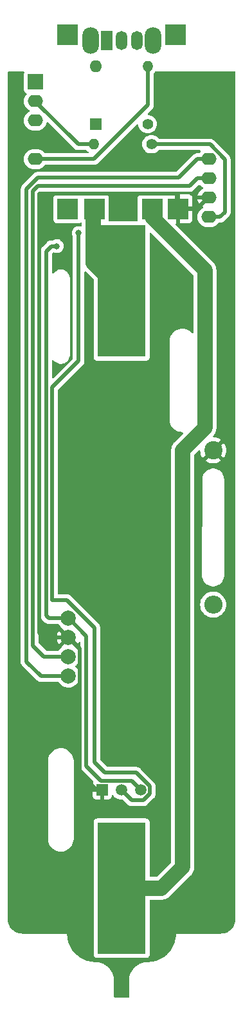
<source format=gbl>
G04 #@! TF.GenerationSoftware,KiCad,Pcbnew,7.0.1*
G04 #@! TF.CreationDate,2023-04-26T20:27:31+02:00*
G04 #@! TF.ProjectId,ispindel_kicad,69737069-6e64-4656-9c5f-6b696361642e,rev?*
G04 #@! TF.SameCoordinates,Original*
G04 #@! TF.FileFunction,Copper,L2,Bot*
G04 #@! TF.FilePolarity,Positive*
%FSLAX46Y46*%
G04 Gerber Fmt 4.6, Leading zero omitted, Abs format (unit mm)*
G04 Created by KiCad (PCBNEW 7.0.1) date 2023-04-26 20:27:31*
%MOMM*%
%LPD*%
G01*
G04 APERTURE LIST*
G04 #@! TA.AperFunction,NonConductor*
%ADD10C,0.000000*%
G04 #@! TD*
G04 #@! TA.AperFunction,ComponentPad*
%ADD11C,2.400000*%
G04 #@! TD*
G04 #@! TA.AperFunction,ComponentPad*
%ADD12O,2.400000X2.400000*%
G04 #@! TD*
G04 #@! TA.AperFunction,ComponentPad*
%ADD13R,1.500000X1.500000*%
G04 #@! TD*
G04 #@! TA.AperFunction,ComponentPad*
%ADD14C,1.500000*%
G04 #@! TD*
G04 #@! TA.AperFunction,ComponentPad*
%ADD15C,2.000000*%
G04 #@! TD*
G04 #@! TA.AperFunction,ComponentPad*
%ADD16R,2.000000X2.000000*%
G04 #@! TD*
G04 #@! TA.AperFunction,ComponentPad*
%ADD17O,2.000000X1.600000*%
G04 #@! TD*
G04 #@! TA.AperFunction,ComponentPad*
%ADD18R,2.800000X2.800000*%
G04 #@! TD*
G04 #@! TA.AperFunction,ComponentPad*
%ADD19O,2.200000X3.500000*%
G04 #@! TD*
G04 #@! TA.AperFunction,ComponentPad*
%ADD20R,1.500000X2.500000*%
G04 #@! TD*
G04 #@! TA.AperFunction,ComponentPad*
%ADD21O,1.500000X2.500000*%
G04 #@! TD*
G04 #@! TA.AperFunction,ComponentPad*
%ADD22C,1.400000*%
G04 #@! TD*
G04 #@! TA.AperFunction,ComponentPad*
%ADD23O,1.400000X1.400000*%
G04 #@! TD*
G04 #@! TA.AperFunction,SMDPad,CuDef*
%ADD24R,6.350000X17.340000*%
G04 #@! TD*
G04 #@! TA.AperFunction,ComponentPad*
%ADD25R,1.600000X1.600000*%
G04 #@! TD*
G04 #@! TA.AperFunction,ComponentPad*
%ADD26O,1.600000X1.600000*%
G04 #@! TD*
G04 #@! TA.AperFunction,ViaPad*
%ADD27C,0.800000*%
G04 #@! TD*
G04 #@! TA.AperFunction,Conductor*
%ADD28C,2.000000*%
G04 #@! TD*
G04 #@! TA.AperFunction,Conductor*
%ADD29C,0.500000*%
G04 #@! TD*
G04 APERTURE END LIST*
D10*
G04 #@! TA.AperFunction,NonConductor*
G36*
X151709720Y-42457610D02*
G01*
X151681770Y-42457610D01*
X151705010Y-42442080D01*
X151709720Y-42457610D01*
G37*
G04 #@! TD.AperFunction*
D11*
X160909000Y-95275400D03*
D12*
X160909000Y-115595400D03*
D13*
X146278600Y-140009200D03*
D14*
X148818600Y-140009200D03*
X151358600Y-140009200D03*
D15*
X141833600Y-117373400D03*
X141833600Y-119913400D03*
X141833600Y-122453400D03*
X141833600Y-124993400D03*
D16*
X137492600Y-46786800D03*
D17*
X137492600Y-49326800D03*
X137492600Y-51866800D03*
X137492600Y-56946800D03*
X160352600Y-64566800D03*
X160352600Y-62026800D03*
X160352600Y-59486800D03*
X160352600Y-56946800D03*
D18*
X141757200Y-40600000D03*
X155957200Y-40600000D03*
X141757200Y-63500000D03*
X156257200Y-63500000D03*
X145257200Y-63500000D03*
X152857200Y-63500000D03*
D19*
X144750600Y-41325800D03*
X152950600Y-41325800D03*
D20*
X146850600Y-41325800D03*
D21*
X148850600Y-41325800D03*
X150850600Y-41325800D03*
D22*
X152781000Y-54991000D03*
D23*
X145161000Y-54991000D03*
D24*
X148845000Y-74310600D03*
X148845000Y-152923600D03*
D22*
X152273000Y-52349400D03*
D23*
X152273000Y-44729400D03*
D25*
X145415000Y-52324000D03*
D26*
X145415000Y-44704000D03*
D27*
X140300000Y-68400000D03*
X143200000Y-66700000D03*
X162712400Y-49682400D03*
X162458400Y-143891000D03*
X140360400Y-121081800D03*
X137363200Y-54660800D03*
D28*
X145132400Y-70598000D02*
X148845000Y-74310600D01*
X145132400Y-63462000D02*
X145132400Y-70598000D01*
X154096120Y-152923600D02*
X148845000Y-152923600D01*
X156895800Y-150123920D02*
X154096120Y-152923600D01*
X156895800Y-95250000D02*
X156895800Y-150123920D01*
X152856900Y-64642700D02*
X159819521Y-71605321D01*
D29*
X152392400Y-64343300D02*
X152392400Y-63462000D01*
D28*
X152856900Y-63471900D02*
X152856900Y-64642700D01*
X159819521Y-71605321D02*
X159819521Y-92326279D01*
X159819521Y-92326279D02*
X156895800Y-95250000D01*
D29*
X141869400Y-117372000D02*
X144210000Y-119712600D01*
X160299400Y-64566800D02*
X161799400Y-64566800D01*
X160478200Y-55016400D02*
X153903170Y-55016400D01*
X139592890Y-68400000D02*
X139500000Y-68492890D01*
X144210000Y-136844000D02*
X146166000Y-138800000D01*
X146166000Y-138800000D02*
X150149400Y-138800000D01*
X153903170Y-55016400D02*
X152771800Y-55016400D01*
X140300000Y-68400000D02*
X139592890Y-68400000D01*
X144210000Y-119712600D02*
X144210000Y-136844000D01*
X139272000Y-117372000D02*
X141869400Y-117372000D01*
X161799400Y-64566800D02*
X162433000Y-63933200D01*
X138900000Y-117000000D02*
X139272000Y-117372000D01*
X139500000Y-68492890D02*
X139500000Y-68500000D01*
X150149400Y-138800000D02*
X151358600Y-140009200D01*
X139500000Y-68500000D02*
X138900000Y-69100000D01*
X162433000Y-63933200D02*
X162433000Y-56971200D01*
X162433000Y-56971200D02*
X160478200Y-55016400D01*
X138900000Y-69100000D02*
X138900000Y-117000000D01*
X143129000Y-55016400D02*
X137439400Y-49326800D01*
X145151800Y-55016400D02*
X143129000Y-55016400D01*
X152558111Y-139512345D02*
X152558111Y-140506055D01*
X139700010Y-115000000D02*
X141643400Y-115000000D01*
X151713166Y-141351000D02*
X150160400Y-141351000D01*
X139700010Y-87000000D02*
X139700010Y-115000000D01*
X137439400Y-56946800D02*
X145219400Y-56946800D01*
X141643400Y-115000000D02*
X145280000Y-118636600D01*
X146672300Y-137731500D02*
X150777266Y-137731500D01*
X150160400Y-141351000D02*
X148818600Y-140009200D01*
X152323800Y-49842400D02*
X152323800Y-44729400D01*
X145280000Y-136339200D02*
X146672300Y-137731500D01*
X145280000Y-118636600D02*
X145280000Y-136339200D01*
X143200000Y-66700000D02*
X143200000Y-83500010D01*
X152558111Y-140506055D02*
X151713166Y-141351000D01*
X145219400Y-56946800D02*
X152323800Y-49842400D01*
X150777266Y-137731500D02*
X152558111Y-139512345D01*
X143200000Y-83500010D02*
X139700010Y-87000000D01*
X138582000Y-119912000D02*
X141869400Y-119912000D01*
X158864200Y-63462000D02*
X160299400Y-62026800D01*
X137960000Y-119290000D02*
X138582000Y-119912000D01*
X156132400Y-63462000D02*
X158864200Y-63462000D01*
X156132400Y-61562000D02*
X156132400Y-63462000D01*
X146269400Y-140000000D02*
X146278600Y-140009200D01*
X137960000Y-61520040D02*
X137960000Y-119290000D01*
X143319400Y-137797100D02*
X145522300Y-140000000D01*
X137968040Y-61512000D02*
X156082400Y-61512000D01*
X143319400Y-121362000D02*
X143319400Y-137797100D01*
X145522300Y-140000000D02*
X146269400Y-140000000D01*
X141869400Y-119912000D02*
X143319400Y-121362000D01*
X156082400Y-61512000D02*
X156132400Y-61562000D01*
X157786200Y-60500000D02*
X137848620Y-60500000D01*
X160299400Y-59486800D02*
X158799400Y-59486800D01*
X138617400Y-122450000D02*
X137159970Y-120992570D01*
X140596610Y-122452000D02*
X140594610Y-122450000D01*
X158799400Y-59486800D02*
X157786200Y-60500000D01*
X140594610Y-122450000D02*
X138617400Y-122450000D01*
X141869400Y-122452000D02*
X140596610Y-122452000D01*
X137159970Y-61188640D02*
X137159970Y-120992570D01*
X137848620Y-60500000D02*
X137159970Y-61188640D01*
X156366200Y-59380000D02*
X137837230Y-59380000D01*
X136325890Y-123105890D02*
X138212000Y-124992000D01*
X138212000Y-124992000D02*
X141869400Y-124992000D01*
X137837230Y-59380000D02*
X136325890Y-60891340D01*
X160299400Y-56946800D02*
X158799400Y-56946800D01*
X158799400Y-56946800D02*
X156366200Y-59380000D01*
X136325890Y-60891340D02*
X136325890Y-123105890D01*
G04 #@! TA.AperFunction,Conductor*
G36*
X143382703Y-123010524D02*
G01*
X143432933Y-123056956D01*
X143451500Y-123122791D01*
X143451500Y-124324009D01*
X143432933Y-124389844D01*
X143382703Y-124436276D01*
X143315614Y-124449621D01*
X143251439Y-124425945D01*
X143209091Y-124372227D01*
X143204247Y-124360534D01*
X143181840Y-124306437D01*
X143114528Y-124196595D01*
X143057776Y-124103984D01*
X142903571Y-123923433D01*
X142781543Y-123819211D01*
X142748948Y-123776151D01*
X142737374Y-123723400D01*
X142748948Y-123670649D01*
X142781543Y-123627589D01*
X142781544Y-123627588D01*
X142903569Y-123523369D01*
X143057776Y-123342816D01*
X143181840Y-123140363D01*
X143209090Y-123074573D01*
X143251439Y-123020855D01*
X143315614Y-122997179D01*
X143382703Y-123010524D01*
G37*
G04 #@! TD.AperFunction*
G04 #@! TA.AperFunction,Conductor*
G36*
X138122043Y-117136267D02*
G01*
X138162871Y-117192462D01*
X138182846Y-117247343D01*
X138184049Y-117250804D01*
X138208304Y-117324000D01*
X138216837Y-117341627D01*
X138259232Y-117406084D01*
X138261171Y-117409127D01*
X138300970Y-117473651D01*
X138301674Y-117474792D01*
X138314038Y-117489967D01*
X138370155Y-117542911D01*
X138372784Y-117545465D01*
X138690092Y-117862773D01*
X138702060Y-117876620D01*
X138716531Y-117896058D01*
X138754870Y-117928228D01*
X138762974Y-117935654D01*
X138766899Y-117939580D01*
X138791502Y-117959034D01*
X138794293Y-117961308D01*
X138853378Y-118010886D01*
X138869887Y-118021403D01*
X138871090Y-118021964D01*
X138871094Y-118021967D01*
X138939867Y-118054035D01*
X138943036Y-118055570D01*
X139010812Y-118089609D01*
X139012001Y-118090206D01*
X139030493Y-118096633D01*
X139031790Y-118096900D01*
X139031793Y-118096902D01*
X139106066Y-118112237D01*
X139109530Y-118113004D01*
X139183344Y-118130500D01*
X139183347Y-118130500D01*
X139184642Y-118130807D01*
X139204111Y-118132796D01*
X139205438Y-118132757D01*
X139205442Y-118132758D01*
X139279697Y-118130597D01*
X139281224Y-118130553D01*
X139284888Y-118130500D01*
X140457777Y-118130500D01*
X140519343Y-118146565D01*
X140565209Y-118190665D01*
X140609423Y-118262815D01*
X140763630Y-118443369D01*
X140881017Y-118543626D01*
X140899607Y-118559504D01*
X140915961Y-118573471D01*
X140951464Y-118623358D01*
X140958633Y-118679223D01*
X141833600Y-119554189D01*
X141833600Y-119554190D01*
X143066701Y-120787292D01*
X143066702Y-120787291D01*
X143181391Y-120600138D01*
X143209091Y-120533266D01*
X143251439Y-120479548D01*
X143315614Y-120455872D01*
X143382703Y-120469217D01*
X143432933Y-120515649D01*
X143451500Y-120581484D01*
X143451500Y-121784009D01*
X143432933Y-121849844D01*
X143382703Y-121896276D01*
X143315614Y-121909621D01*
X143251439Y-121885945D01*
X143209091Y-121832227D01*
X143204247Y-121820534D01*
X143181840Y-121766437D01*
X143135918Y-121691500D01*
X143057776Y-121563984D01*
X142903569Y-121383430D01*
X142751237Y-121253327D01*
X142715734Y-121203438D01*
X142708566Y-121147575D01*
X141833601Y-120272610D01*
X141833600Y-120272610D01*
X140958633Y-121147575D01*
X140951464Y-121203440D01*
X140915962Y-121253328D01*
X140763628Y-121383433D01*
X140609427Y-121563979D01*
X140609423Y-121563984D01*
X140609424Y-121563984D01*
X140568150Y-121631336D01*
X140522285Y-121675435D01*
X140460719Y-121691500D01*
X138983771Y-121691500D01*
X138935553Y-121681909D01*
X138894676Y-121654595D01*
X137955375Y-120715294D01*
X137928061Y-120674417D01*
X137918470Y-120626199D01*
X137918470Y-119913399D01*
X140320937Y-119913399D01*
X140339560Y-120150033D01*
X140394972Y-120380840D01*
X140485808Y-120600138D01*
X140600496Y-120787291D01*
X140600497Y-120787291D01*
X141474390Y-119913400D01*
X141474390Y-119913399D01*
X140600498Y-119039507D01*
X140600496Y-119039507D01*
X140485807Y-119226664D01*
X140394972Y-119445959D01*
X140339560Y-119676766D01*
X140320937Y-119913399D01*
X137918470Y-119913399D01*
X137918470Y-117235556D01*
X137937616Y-117168786D01*
X137989235Y-117122308D01*
X138057641Y-117110246D01*
X138122043Y-117136267D01*
G37*
G04 #@! TD.AperFunction*
G04 #@! TA.AperFunction,Conductor*
G36*
X135965408Y-45429552D02*
G01*
X136010505Y-45469339D01*
X136032024Y-45525497D01*
X136025062Y-45585232D01*
X135990611Y-45677599D01*
X135984100Y-45738162D01*
X135984100Y-47835438D01*
X135990611Y-47896000D01*
X136041711Y-48033005D01*
X136129338Y-48150061D01*
X136246394Y-48237688D01*
X136246395Y-48237688D01*
X136246396Y-48237689D01*
X136270137Y-48246544D01*
X136270140Y-48246545D01*
X136321332Y-48282087D01*
X136349229Y-48337816D01*
X136347006Y-48400098D01*
X136315206Y-48453695D01*
X136286402Y-48482498D01*
X136155077Y-48670049D01*
X136058315Y-48877556D01*
X135999057Y-49098712D01*
X135979102Y-49326800D01*
X135999057Y-49554887D01*
X136058315Y-49776043D01*
X136155077Y-49983550D01*
X136286404Y-50171103D01*
X136448296Y-50332995D01*
X136448299Y-50332997D01*
X136448300Y-50332998D01*
X136635851Y-50464323D01*
X136675057Y-50482605D01*
X136728073Y-50529098D01*
X136747807Y-50596797D01*
X136728075Y-50664497D01*
X136675059Y-50710993D01*
X136635851Y-50729276D01*
X136448296Y-50860604D01*
X136286404Y-51022496D01*
X136155077Y-51210049D01*
X136058315Y-51417556D01*
X135999057Y-51638712D01*
X135979102Y-51866800D01*
X135999057Y-52094887D01*
X136058315Y-52316043D01*
X136155077Y-52523550D01*
X136286404Y-52711103D01*
X136448296Y-52872995D01*
X136635849Y-53004322D01*
X136843356Y-53101084D01*
X136902614Y-53116962D01*
X137064513Y-53160343D01*
X137235473Y-53175300D01*
X137749722Y-53175300D01*
X137749727Y-53175300D01*
X137920687Y-53160343D01*
X138141843Y-53101084D01*
X138349349Y-53004323D01*
X138536900Y-52872998D01*
X138698798Y-52711100D01*
X138830123Y-52523549D01*
X138926884Y-52316043D01*
X138961075Y-52188439D01*
X138993685Y-52131957D01*
X139050169Y-52099345D01*
X139115392Y-52099345D01*
X139171876Y-52131957D01*
X142547092Y-55507173D01*
X142559060Y-55521020D01*
X142573530Y-55540457D01*
X142573531Y-55540458D01*
X142611870Y-55572628D01*
X142619974Y-55580055D01*
X142623899Y-55583980D01*
X142648502Y-55603434D01*
X142651293Y-55605708D01*
X142710378Y-55655286D01*
X142726887Y-55665803D01*
X142728090Y-55666364D01*
X142728094Y-55666367D01*
X142796867Y-55698435D01*
X142800036Y-55699970D01*
X142867812Y-55734009D01*
X142869001Y-55734606D01*
X142887493Y-55741033D01*
X142888790Y-55741300D01*
X142888793Y-55741302D01*
X142963066Y-55756637D01*
X142966530Y-55757404D01*
X143040344Y-55774900D01*
X143040347Y-55774900D01*
X143041642Y-55775207D01*
X143061111Y-55777196D01*
X143062438Y-55777157D01*
X143062442Y-55777158D01*
X143136697Y-55774997D01*
X143138224Y-55774953D01*
X143141888Y-55774900D01*
X144183633Y-55774900D01*
X144231851Y-55784491D01*
X144272725Y-55811802D01*
X144342112Y-55881189D01*
X144381223Y-55920300D01*
X144436616Y-55959087D01*
X144477593Y-56007065D01*
X144490172Y-56068895D01*
X144471199Y-56129070D01*
X144425431Y-56172502D01*
X144364345Y-56188300D01*
X138824467Y-56188300D01*
X138766286Y-56174063D01*
X138721254Y-56134570D01*
X138698797Y-56102498D01*
X138536903Y-55940604D01*
X138349350Y-55809277D01*
X138141843Y-55712515D01*
X137920687Y-55653257D01*
X137749727Y-55638300D01*
X137235473Y-55638300D01*
X137093006Y-55650764D01*
X137064512Y-55653257D01*
X136843356Y-55712515D01*
X136635849Y-55809277D01*
X136448296Y-55940604D01*
X136286404Y-56102496D01*
X136155077Y-56290049D01*
X136058315Y-56497556D01*
X135999057Y-56718712D01*
X135979102Y-56946800D01*
X135999057Y-57174887D01*
X136058315Y-57396043D01*
X136155077Y-57603550D01*
X136286404Y-57791103D01*
X136448296Y-57952995D01*
X136635849Y-58084322D01*
X136843356Y-58181084D01*
X136902614Y-58196962D01*
X137064513Y-58240343D01*
X137235473Y-58255300D01*
X137749722Y-58255300D01*
X137749727Y-58255300D01*
X137920687Y-58240343D01*
X138141843Y-58181084D01*
X138349349Y-58084323D01*
X138536900Y-57952998D01*
X138698798Y-57791100D01*
X138721253Y-57759030D01*
X138766286Y-57719537D01*
X138824467Y-57705300D01*
X145154959Y-57705300D01*
X145173220Y-57706630D01*
X145197189Y-57710141D01*
X145243653Y-57706075D01*
X145247047Y-57705779D01*
X145258028Y-57705300D01*
X145263577Y-57705300D01*
X145263580Y-57705300D01*
X145294701Y-57701661D01*
X145298289Y-57701295D01*
X145373826Y-57694687D01*
X145373830Y-57694685D01*
X145375151Y-57694570D01*
X145394256Y-57690335D01*
X145395506Y-57689879D01*
X145395513Y-57689879D01*
X145466800Y-57663932D01*
X145470169Y-57662761D01*
X145542138Y-57638914D01*
X145542139Y-57638912D01*
X145543407Y-57638493D01*
X145561013Y-57629969D01*
X145562125Y-57629237D01*
X145562132Y-57629235D01*
X145625538Y-57587530D01*
X145628561Y-57585606D01*
X145693051Y-57545830D01*
X145693052Y-57545828D01*
X145694188Y-57545128D01*
X145709359Y-57532770D01*
X145710271Y-57531802D01*
X145710274Y-57531801D01*
X145762329Y-57476624D01*
X145764848Y-57474031D01*
X150855111Y-52383768D01*
X150916933Y-52349852D01*
X150987298Y-52354464D01*
X151044166Y-52396161D01*
X151069724Y-52461883D01*
X151078312Y-52560050D01*
X151133043Y-52764309D01*
X151222411Y-52955959D01*
X151343701Y-53129179D01*
X151493220Y-53278698D01*
X151666440Y-53399988D01*
X151666441Y-53399988D01*
X151666442Y-53399989D01*
X151858090Y-53489356D01*
X152062345Y-53544086D01*
X152273000Y-53562516D01*
X152483655Y-53544086D01*
X152687910Y-53489356D01*
X152879558Y-53399989D01*
X153052776Y-53278701D01*
X153202301Y-53129176D01*
X153323589Y-52955958D01*
X153412956Y-52764310D01*
X153467686Y-52560055D01*
X153486116Y-52349400D01*
X153467686Y-52138745D01*
X153412956Y-51934490D01*
X153323589Y-51742842D01*
X153202301Y-51569624D01*
X153202300Y-51569623D01*
X153202298Y-51569620D01*
X153052779Y-51420101D01*
X152879559Y-51298811D01*
X152687909Y-51209443D01*
X152483650Y-51154712D01*
X152385483Y-51146124D01*
X152319761Y-51120566D01*
X152278064Y-51063698D01*
X152273452Y-50993333D01*
X152307368Y-50931511D01*
X152814577Y-50424302D01*
X152828424Y-50412336D01*
X152847858Y-50397869D01*
X152880026Y-50359531D01*
X152887442Y-50351437D01*
X152891381Y-50347500D01*
X152910812Y-50322923D01*
X152913086Y-50320131D01*
X152961832Y-50262040D01*
X152961833Y-50262036D01*
X152962690Y-50261016D01*
X152973202Y-50244517D01*
X152976955Y-50236468D01*
X153005836Y-50174531D01*
X153007344Y-50171415D01*
X153041409Y-50103588D01*
X153041410Y-50103579D01*
X153042012Y-50102383D01*
X153048434Y-50083909D01*
X153064038Y-50008335D01*
X153064822Y-50004797D01*
X153082300Y-49931056D01*
X153082300Y-49931054D01*
X153082608Y-49929755D01*
X153084597Y-49910285D01*
X153084558Y-49908960D01*
X153084559Y-49908958D01*
X153082353Y-49833141D01*
X153082300Y-49829477D01*
X153082300Y-45681367D01*
X153091891Y-45633149D01*
X153119202Y-45592274D01*
X153202301Y-45509176D01*
X153230482Y-45468929D01*
X153275514Y-45429437D01*
X153333695Y-45415200D01*
X163719518Y-45415200D01*
X163782518Y-45432081D01*
X163828637Y-45478200D01*
X163845518Y-45541200D01*
X163845500Y-72819900D01*
X163845500Y-156973695D01*
X163845230Y-156981939D01*
X163840044Y-157061032D01*
X163839993Y-157061778D01*
X163827976Y-157229780D01*
X163825876Y-157245372D01*
X163804352Y-157353578D01*
X163803893Y-157355781D01*
X163774883Y-157489129D01*
X163771076Y-157502846D01*
X163733640Y-157613127D01*
X163732383Y-157616657D01*
X163686838Y-157738768D01*
X163681788Y-157750465D01*
X163629204Y-157857094D01*
X163626786Y-157861750D01*
X163565472Y-157974039D01*
X163559649Y-157983656D01*
X163492974Y-158083441D01*
X163489077Y-158088948D01*
X163413032Y-158190533D01*
X163406896Y-158198102D01*
X163327452Y-158288690D01*
X163321815Y-158294707D01*
X163232314Y-158384208D01*
X163226297Y-158389845D01*
X163135716Y-158469283D01*
X163128148Y-158475418D01*
X163026545Y-158551479D01*
X163021038Y-158555377D01*
X162921261Y-158622047D01*
X162911643Y-158627870D01*
X162799351Y-158689186D01*
X162794696Y-158691603D01*
X162688079Y-158744183D01*
X162676382Y-158749233D01*
X162554271Y-158794779D01*
X162550740Y-158796037D01*
X162440462Y-158833472D01*
X162426746Y-158837279D01*
X162293415Y-158866286D01*
X162291211Y-158866745D01*
X162182976Y-158888275D01*
X162167380Y-158890375D01*
X161998329Y-158902462D01*
X161997587Y-158902513D01*
X161924663Y-158907294D01*
X161919699Y-158907620D01*
X161911457Y-158907890D01*
X156022129Y-158907890D01*
X156022050Y-158907968D01*
X156021941Y-158912213D01*
X156014648Y-159060662D01*
X156014627Y-159061073D01*
X156003372Y-159275847D01*
X156002181Y-159287740D01*
X155976477Y-159461029D01*
X155976290Y-159462253D01*
X155946437Y-159650734D01*
X155944212Y-159661638D01*
X155900460Y-159836307D01*
X155899943Y-159838303D01*
X155851829Y-160017871D01*
X155848757Y-160027708D01*
X155787399Y-160199192D01*
X155786395Y-160201898D01*
X155720520Y-160373510D01*
X155716792Y-160382227D01*
X155638482Y-160547802D01*
X155636846Y-160551133D01*
X155553858Y-160714008D01*
X155549665Y-160721583D01*
X155455219Y-160879158D01*
X155452818Y-160883005D01*
X155353547Y-161035869D01*
X155349078Y-161042303D01*
X155239451Y-161190118D01*
X155236168Y-161194354D01*
X155121662Y-161335758D01*
X155117101Y-161341080D01*
X154993418Y-161477544D01*
X154989154Y-161482023D01*
X154860551Y-161610628D01*
X154856072Y-161614893D01*
X154719594Y-161738590D01*
X154714271Y-161743150D01*
X154572853Y-161857668D01*
X154568617Y-161860952D01*
X154420821Y-161970565D01*
X154414388Y-161975033D01*
X154261524Y-162074306D01*
X154257676Y-162076708D01*
X154100109Y-162171150D01*
X154092535Y-162175343D01*
X153929622Y-162258352D01*
X153926291Y-162259988D01*
X153760759Y-162338279D01*
X153752042Y-162342007D01*
X153580347Y-162407916D01*
X153577640Y-162408919D01*
X153406238Y-162470248D01*
X153396401Y-162473321D01*
X153216849Y-162521431D01*
X153214855Y-162521948D01*
X153040154Y-162565710D01*
X153029247Y-162567935D01*
X152840804Y-162597781D01*
X152839582Y-162597968D01*
X152666276Y-162623676D01*
X152654377Y-162624868D01*
X152435515Y-162636328D01*
X152435109Y-162636348D01*
X152290410Y-162643457D01*
X152284227Y-162643609D01*
X152139381Y-162643609D01*
X151846486Y-162679171D01*
X151560000Y-162749783D01*
X151284127Y-162854406D01*
X151022862Y-162991528D01*
X150780042Y-163159135D01*
X150559192Y-163354792D01*
X150363535Y-163575642D01*
X150195928Y-163818462D01*
X150058806Y-164079727D01*
X149954183Y-164355600D01*
X149883571Y-164642086D01*
X149848009Y-164934980D01*
X149848010Y-165082510D01*
X149848010Y-165083010D01*
X149846868Y-167214368D01*
X149829965Y-167277339D01*
X149783849Y-167323430D01*
X149720868Y-167340300D01*
X147971660Y-167340300D01*
X147908660Y-167323419D01*
X147862541Y-167277300D01*
X147845660Y-167214300D01*
X147845660Y-165138930D01*
X147845719Y-165138628D01*
X147845719Y-165086680D01*
X147845720Y-165086680D01*
X147845719Y-164939152D01*
X147845212Y-164934980D01*
X147837080Y-164868014D01*
X147810151Y-164646247D01*
X147739537Y-164359765D01*
X147634906Y-164083883D01*
X147497783Y-163822625D01*
X147494912Y-163818466D01*
X147330170Y-163579801D01*
X147229242Y-163465880D01*
X147134508Y-163358950D01*
X146913652Y-163163294D01*
X146670823Y-162995686D01*
X146533954Y-162923854D01*
X146409565Y-162858571D01*
X146372818Y-162844635D01*
X146133678Y-162753945D01*
X145847194Y-162683338D01*
X145554288Y-162647777D01*
X145554283Y-162647777D01*
X145409851Y-162647779D01*
X145403665Y-162647627D01*
X145254564Y-162640300D01*
X145254153Y-162640279D01*
X145039314Y-162629018D01*
X145027420Y-162627827D01*
X144853968Y-162602096D01*
X144852798Y-162601917D01*
X144664440Y-162572082D01*
X144653539Y-162569858D01*
X144478786Y-162526082D01*
X144476791Y-162525564D01*
X144297290Y-162477465D01*
X144287453Y-162474393D01*
X144116050Y-162413062D01*
X144113344Y-162412059D01*
X143941642Y-162346147D01*
X143932924Y-162342418D01*
X143767402Y-162264130D01*
X143764071Y-162262494D01*
X143601164Y-162179486D01*
X143593590Y-162175293D01*
X143436029Y-162080852D01*
X143432182Y-162078451D01*
X143279314Y-161979176D01*
X143272889Y-161974713D01*
X143125089Y-161865095D01*
X143120852Y-161861811D01*
X142979422Y-161747280D01*
X142974101Y-161742720D01*
X142837643Y-161619040D01*
X142833176Y-161614787D01*
X142704561Y-161486168D01*
X142700304Y-161481698D01*
X142696539Y-161477544D01*
X142576615Y-161345225D01*
X142572061Y-161339910D01*
X142568699Y-161335758D01*
X142457526Y-161198467D01*
X142454275Y-161194274D01*
X142344638Y-161046443D01*
X142340188Y-161040036D01*
X142240884Y-160887117D01*
X142238513Y-160883317D01*
X142144067Y-160725740D01*
X142139885Y-160718187D01*
X142056854Y-160555226D01*
X142055226Y-160551909D01*
X142036310Y-160511913D01*
X141976940Y-160386382D01*
X141973228Y-160377704D01*
X141907303Y-160205958D01*
X141906332Y-160203339D01*
X141844977Y-160031858D01*
X141841908Y-160022028D01*
X141793782Y-159842413D01*
X141793314Y-159840606D01*
X141749523Y-159665772D01*
X141747304Y-159654897D01*
X141717447Y-159466374D01*
X141717317Y-159465525D01*
X141691554Y-159291834D01*
X141690367Y-159280002D01*
X141679792Y-159078941D01*
X141671692Y-158914016D01*
X141671646Y-158912165D01*
X141671541Y-158912060D01*
X141671540Y-158912060D01*
X141671139Y-158912060D01*
X135779965Y-158909691D01*
X135771773Y-158909421D01*
X135692609Y-158904231D01*
X135691861Y-158904180D01*
X135523919Y-158892166D01*
X135508327Y-158890066D01*
X135400042Y-158868525D01*
X135397840Y-158868066D01*
X135264568Y-158839073D01*
X135250850Y-158835266D01*
X135140531Y-158797816D01*
X135137001Y-158796559D01*
X135080080Y-158775328D01*
X135014921Y-158751024D01*
X135003233Y-158745978D01*
X134896599Y-158693391D01*
X134891941Y-158690972D01*
X134779654Y-158629657D01*
X134770039Y-158623835D01*
X134670267Y-158557169D01*
X134664759Y-158553272D01*
X134563164Y-158477218D01*
X134555596Y-158471081D01*
X134464998Y-158391628D01*
X134458981Y-158385992D01*
X134457197Y-158384208D01*
X134369481Y-158296491D01*
X134363866Y-158290497D01*
X134284406Y-158199890D01*
X134278274Y-158192327D01*
X134202230Y-158090744D01*
X134198333Y-158085236D01*
X134131654Y-157985443D01*
X134125832Y-157975828D01*
X134064529Y-157863561D01*
X134062110Y-157858904D01*
X134009514Y-157752250D01*
X134004477Y-157740584D01*
X133958895Y-157618375D01*
X133957680Y-157614964D01*
X133920228Y-157504634D01*
X133916428Y-157490942D01*
X133887413Y-157357564D01*
X133886955Y-157355369D01*
X133865428Y-157247150D01*
X133863333Y-157231596D01*
X133851379Y-157064573D01*
X133851336Y-157063925D01*
X133851195Y-157061778D01*
X133846069Y-156983585D01*
X133845800Y-156975346D01*
X133845800Y-146513570D01*
X139142700Y-146513570D01*
X139180727Y-146765859D01*
X139180728Y-146765862D01*
X139255930Y-147009664D01*
X139366629Y-147239534D01*
X139366630Y-147239536D01*
X139366631Y-147239537D01*
X139510357Y-147450343D01*
X139683895Y-147637373D01*
X139683898Y-147637376D01*
X139833502Y-147756680D01*
X139883372Y-147796450D01*
X140104329Y-147924020D01*
X140341831Y-148017233D01*
X140590574Y-148074006D01*
X140845000Y-148093073D01*
X141099426Y-148074006D01*
X141348169Y-148017233D01*
X141585671Y-147924020D01*
X141806628Y-147796450D01*
X142006105Y-147637373D01*
X142179643Y-147450343D01*
X142323369Y-147239537D01*
X142434069Y-147009664D01*
X142509273Y-146765859D01*
X142547300Y-146513570D01*
X142547300Y-146386000D01*
X142547300Y-146385500D01*
X142547300Y-140263200D01*
X145020600Y-140263200D01*
X145020600Y-140807789D01*
X145027105Y-140868293D01*
X145078154Y-141005162D01*
X145165695Y-141122104D01*
X145282637Y-141209645D01*
X145419506Y-141260694D01*
X145480011Y-141267200D01*
X146024600Y-141267200D01*
X146024600Y-140263200D01*
X145020600Y-140263200D01*
X142547300Y-140263200D01*
X142547300Y-136200501D01*
X142547300Y-136073030D01*
X142509273Y-135820741D01*
X142434069Y-135576936D01*
X142323369Y-135347064D01*
X142287437Y-135294362D01*
X142179646Y-135136260D01*
X142006101Y-134949223D01*
X141806628Y-134790150D01*
X141585671Y-134662580D01*
X141348168Y-134569366D01*
X141099428Y-134512594D01*
X140845000Y-134493527D01*
X140590571Y-134512594D01*
X140341831Y-134569366D01*
X140104328Y-134662580D01*
X139883371Y-134790150D01*
X139683898Y-134949223D01*
X139510353Y-135136260D01*
X139366631Y-135347063D01*
X139255930Y-135576935D01*
X139180728Y-135820737D01*
X139180727Y-135820741D01*
X139142700Y-136073030D01*
X139142700Y-136200501D01*
X139142700Y-146385500D01*
X139142700Y-146386000D01*
X139142700Y-146513570D01*
X133845800Y-146513570D01*
X133845800Y-123083678D01*
X135562549Y-123083678D01*
X135566911Y-123133537D01*
X135567390Y-123144518D01*
X135567390Y-123150074D01*
X135571025Y-123181180D01*
X135571397Y-123184822D01*
X135578118Y-123261634D01*
X135582359Y-123280763D01*
X135608736Y-123353232D01*
X135609939Y-123356694D01*
X135634194Y-123429890D01*
X135642727Y-123447517D01*
X135685122Y-123511974D01*
X135687061Y-123515017D01*
X135726860Y-123579541D01*
X135727564Y-123580682D01*
X135739928Y-123595857D01*
X135796045Y-123648801D01*
X135798674Y-123651355D01*
X137630092Y-125482773D01*
X137642060Y-125496620D01*
X137656530Y-125516057D01*
X137656531Y-125516058D01*
X137694870Y-125548228D01*
X137702974Y-125555655D01*
X137706899Y-125559580D01*
X137731502Y-125579034D01*
X137734284Y-125581300D01*
X137773937Y-125614573D01*
X137793378Y-125630886D01*
X137809887Y-125641403D01*
X137811090Y-125641964D01*
X137811094Y-125641967D01*
X137879867Y-125674035D01*
X137883036Y-125675570D01*
X137950812Y-125709609D01*
X137952001Y-125710206D01*
X137970493Y-125716633D01*
X137971790Y-125716900D01*
X137971793Y-125716902D01*
X138046066Y-125732237D01*
X138049530Y-125733004D01*
X138123344Y-125750500D01*
X138123347Y-125750500D01*
X138124642Y-125750807D01*
X138144111Y-125752796D01*
X138145438Y-125752757D01*
X138145442Y-125752758D01*
X138219697Y-125750597D01*
X138221224Y-125750553D01*
X138224888Y-125750500D01*
X140457777Y-125750500D01*
X140519343Y-125766565D01*
X140565209Y-125810665D01*
X140609423Y-125882815D01*
X140763630Y-126063369D01*
X140944184Y-126217576D01*
X141146633Y-126341638D01*
X141146635Y-126341638D01*
X141146637Y-126341640D01*
X141366006Y-126432505D01*
X141541458Y-126474627D01*
X141596888Y-126487935D01*
X141614158Y-126489294D01*
X141833600Y-126506565D01*
X142070311Y-126487935D01*
X142301194Y-126432505D01*
X142520563Y-126341640D01*
X142723016Y-126217576D01*
X142903569Y-126063369D01*
X143057776Y-125882816D01*
X143181840Y-125680363D01*
X143209090Y-125614573D01*
X143251439Y-125560855D01*
X143315614Y-125537179D01*
X143382703Y-125550524D01*
X143432933Y-125596956D01*
X143451500Y-125662791D01*
X143451500Y-136779559D01*
X143450170Y-136797820D01*
X143446659Y-136821788D01*
X143451021Y-136871647D01*
X143451500Y-136882628D01*
X143451500Y-136888184D01*
X143455135Y-136919290D01*
X143455507Y-136922932D01*
X143462228Y-136999744D01*
X143466469Y-137018873D01*
X143492846Y-137091342D01*
X143494049Y-137094804D01*
X143518304Y-137168000D01*
X143526837Y-137185627D01*
X143569232Y-137250084D01*
X143571171Y-137253127D01*
X143610970Y-137317651D01*
X143611674Y-137318792D01*
X143624038Y-137333967D01*
X143680155Y-137386911D01*
X143682784Y-137389465D01*
X145098734Y-138805415D01*
X145129656Y-138856145D01*
X145133894Y-138915404D01*
X145110507Y-138970019D01*
X145078154Y-139013237D01*
X145027105Y-139150106D01*
X145020600Y-139210611D01*
X145020600Y-139755200D01*
X146406600Y-139755200D01*
X146469600Y-139772081D01*
X146515719Y-139818200D01*
X146532600Y-139881200D01*
X146532600Y-141267200D01*
X147077189Y-141267200D01*
X147137693Y-141260694D01*
X147274562Y-141209645D01*
X147391504Y-141122104D01*
X147479045Y-141005162D01*
X147530094Y-140868293D01*
X147536600Y-140807789D01*
X147536600Y-140772063D01*
X147552398Y-140710977D01*
X147595830Y-140665209D01*
X147656005Y-140646236D01*
X147717834Y-140658815D01*
X147765813Y-140699792D01*
X147850853Y-140821241D01*
X148006558Y-140976946D01*
X148006561Y-140976948D01*
X148006562Y-140976949D01*
X148186946Y-141103256D01*
X148386524Y-141196320D01*
X148436253Y-141209645D01*
X148599224Y-141253314D01*
X148599225Y-141253314D01*
X148599229Y-141253315D01*
X148818600Y-141272507D01*
X148935362Y-141262291D01*
X148989435Y-141269411D01*
X149035436Y-141298717D01*
X149578492Y-141841773D01*
X149590460Y-141855620D01*
X149604931Y-141875058D01*
X149643268Y-141907226D01*
X149651365Y-141914646D01*
X149655300Y-141918581D01*
X149655304Y-141918584D01*
X149679855Y-141937997D01*
X149682696Y-141940311D01*
X149741777Y-141989885D01*
X149758290Y-142000405D01*
X149828186Y-142032998D01*
X149831478Y-142034591D01*
X149899212Y-142068609D01*
X149899214Y-142068609D01*
X149900408Y-142069209D01*
X149918890Y-142075633D01*
X149920191Y-142075901D01*
X149920194Y-142075903D01*
X149994478Y-142091241D01*
X149998030Y-142092029D01*
X150071744Y-142109500D01*
X150071746Y-142109500D01*
X150073041Y-142109807D01*
X150092514Y-142111797D01*
X150093839Y-142111758D01*
X150093842Y-142111759D01*
X150167877Y-142109604D01*
X150169659Y-142109553D01*
X150173323Y-142109500D01*
X151648725Y-142109500D01*
X151666986Y-142110830D01*
X151690955Y-142114341D01*
X151737419Y-142110275D01*
X151740813Y-142109979D01*
X151751794Y-142109500D01*
X151757343Y-142109500D01*
X151757346Y-142109500D01*
X151788467Y-142105861D01*
X151792055Y-142105495D01*
X151867592Y-142098887D01*
X151867596Y-142098885D01*
X151868917Y-142098770D01*
X151888022Y-142094535D01*
X151889272Y-142094079D01*
X151889279Y-142094079D01*
X151960566Y-142068132D01*
X151963935Y-142066961D01*
X152035904Y-142043114D01*
X152035905Y-142043112D01*
X152037173Y-142042693D01*
X152054779Y-142034169D01*
X152055891Y-142033437D01*
X152055898Y-142033435D01*
X152119304Y-141991730D01*
X152122327Y-141989806D01*
X152123582Y-141989032D01*
X152186817Y-141950030D01*
X152186818Y-141950028D01*
X152187954Y-141949328D01*
X152203125Y-141936970D01*
X152204037Y-141936002D01*
X152204040Y-141936001D01*
X152256095Y-141880824D01*
X152258614Y-141878231D01*
X153048888Y-141087957D01*
X153062735Y-141075991D01*
X153082169Y-141061524D01*
X153114337Y-141023186D01*
X153121753Y-141015092D01*
X153125692Y-141011155D01*
X153145123Y-140986578D01*
X153147397Y-140983786D01*
X153196143Y-140925695D01*
X153196144Y-140925691D01*
X153197001Y-140924671D01*
X153207513Y-140908172D01*
X153226108Y-140868293D01*
X153240147Y-140838186D01*
X153241655Y-140835070D01*
X153275720Y-140767243D01*
X153275721Y-140767234D01*
X153276323Y-140766038D01*
X153282745Y-140747564D01*
X153298349Y-140671990D01*
X153299133Y-140668452D01*
X153316611Y-140594711D01*
X153316611Y-140594709D01*
X153316919Y-140593410D01*
X153318908Y-140573940D01*
X153318869Y-140572615D01*
X153318870Y-140572613D01*
X153316664Y-140496796D01*
X153316611Y-140493132D01*
X153316611Y-139576786D01*
X153317941Y-139558525D01*
X153318178Y-139556901D01*
X153321452Y-139534556D01*
X153317090Y-139484698D01*
X153316611Y-139473717D01*
X153316611Y-139468168D01*
X153316611Y-139468165D01*
X153312973Y-139437050D01*
X153312603Y-139433424D01*
X153305881Y-139356586D01*
X153301650Y-139337496D01*
X153296759Y-139324058D01*
X153275241Y-139264938D01*
X153274084Y-139261608D01*
X153250225Y-139189607D01*
X153250224Y-139189606D01*
X153249804Y-139188337D01*
X153241281Y-139170731D01*
X153240546Y-139169613D01*
X153198867Y-139106245D01*
X153196923Y-139103191D01*
X153156441Y-139037558D01*
X153144075Y-139022379D01*
X153087936Y-138969414D01*
X153085308Y-138966861D01*
X151359175Y-137240728D01*
X151347203Y-137226875D01*
X151332736Y-137207443D01*
X151294396Y-137175272D01*
X151286298Y-137167851D01*
X151282367Y-137163920D01*
X151274347Y-137157578D01*
X151257794Y-137144489D01*
X151254956Y-137142177D01*
X151195888Y-137092613D01*
X151179376Y-137082094D01*
X151109471Y-137049496D01*
X151106175Y-137047901D01*
X151037262Y-137013292D01*
X151018770Y-137006865D01*
X150943208Y-136991262D01*
X150939633Y-136990469D01*
X150864622Y-136972691D01*
X150845151Y-136970702D01*
X150768007Y-136972947D01*
X150764343Y-136973000D01*
X147038671Y-136973000D01*
X146990453Y-136963409D01*
X146949576Y-136936095D01*
X146075405Y-136061924D01*
X146048091Y-136021047D01*
X146038500Y-135972829D01*
X146038500Y-118701041D01*
X146039830Y-118682780D01*
X146040351Y-118679223D01*
X146043341Y-118658811D01*
X146038979Y-118608953D01*
X146038500Y-118597972D01*
X146038500Y-118592424D01*
X146038500Y-118592420D01*
X146034860Y-118561284D01*
X146034496Y-118557723D01*
X146027887Y-118482174D01*
X146027885Y-118482169D01*
X146027770Y-118480850D01*
X146023534Y-118461738D01*
X145997156Y-118389266D01*
X145995952Y-118385803D01*
X145972114Y-118313862D01*
X145972112Y-118313860D01*
X145971692Y-118312590D01*
X145963170Y-118294986D01*
X145942011Y-118262816D01*
X145920756Y-118230500D01*
X145918812Y-118227446D01*
X145878330Y-118161813D01*
X145865964Y-118146634D01*
X145809825Y-118093669D01*
X145807197Y-118091116D01*
X142225309Y-114509228D01*
X142213337Y-114495375D01*
X142198870Y-114475943D01*
X142160530Y-114443772D01*
X142152432Y-114436351D01*
X142148501Y-114432420D01*
X142140481Y-114426078D01*
X142123928Y-114412989D01*
X142121090Y-114410677D01*
X142062022Y-114361113D01*
X142045510Y-114350594D01*
X141975605Y-114317996D01*
X141972309Y-114316401D01*
X141903396Y-114281792D01*
X141884904Y-114275365D01*
X141809342Y-114259762D01*
X141805767Y-114258969D01*
X141730756Y-114241191D01*
X141711285Y-114239202D01*
X141634141Y-114241447D01*
X141630477Y-114241500D01*
X140584510Y-114241500D01*
X140521510Y-114224619D01*
X140475391Y-114178500D01*
X140458510Y-114115500D01*
X140458510Y-87366371D01*
X140468101Y-87318153D01*
X140495415Y-87277276D01*
X140531343Y-87241346D01*
X143690777Y-84081912D01*
X143704624Y-84069946D01*
X143724058Y-84055479D01*
X143756228Y-84017138D01*
X143763645Y-84009044D01*
X143767580Y-84005111D01*
X143787043Y-83980494D01*
X143789268Y-83977763D01*
X143838032Y-83919650D01*
X143838034Y-83919644D01*
X143838892Y-83918623D01*
X143849403Y-83902124D01*
X143849965Y-83900918D01*
X143849967Y-83900916D01*
X143882022Y-83832169D01*
X143883572Y-83828968D01*
X143917609Y-83761198D01*
X143917610Y-83761193D01*
X143918207Y-83760005D01*
X143924631Y-83741527D01*
X143924901Y-83740219D01*
X143924902Y-83740217D01*
X143940251Y-83665876D01*
X143941001Y-83662494D01*
X143958500Y-83588666D01*
X143958500Y-83588661D01*
X143958807Y-83587366D01*
X143960796Y-83567898D01*
X143960757Y-83566570D01*
X143960758Y-83566568D01*
X143958553Y-83490786D01*
X143958500Y-83487122D01*
X143958500Y-71861631D01*
X143972233Y-71804428D01*
X144010439Y-71759695D01*
X144064789Y-71737182D01*
X144123436Y-71741798D01*
X144173595Y-71772536D01*
X145124595Y-72723536D01*
X145151909Y-72764413D01*
X145161500Y-72812631D01*
X145161500Y-83029238D01*
X145168011Y-83089800D01*
X145219111Y-83226805D01*
X145306738Y-83343861D01*
X145423794Y-83431488D01*
X145423795Y-83431488D01*
X145423796Y-83431489D01*
X145560799Y-83482589D01*
X145621362Y-83489100D01*
X152068638Y-83489100D01*
X152129201Y-83482589D01*
X152266204Y-83431489D01*
X152383261Y-83343861D01*
X152470889Y-83226804D01*
X152521989Y-83089801D01*
X152528500Y-83029238D01*
X152528500Y-66751831D01*
X152542233Y-66694628D01*
X152580439Y-66649895D01*
X152634789Y-66627382D01*
X152693436Y-66631998D01*
X152743594Y-66662735D01*
X155547230Y-69466372D01*
X158274116Y-72193258D01*
X158301430Y-72234135D01*
X158311021Y-72282353D01*
X158311021Y-79736806D01*
X158296857Y-79794847D01*
X158257549Y-79839839D01*
X158201934Y-79861666D01*
X158142517Y-79855421D01*
X158092656Y-79822507D01*
X158006104Y-79729225D01*
X157806628Y-79570150D01*
X157585671Y-79442580D01*
X157348168Y-79349366D01*
X157099428Y-79292594D01*
X156845000Y-79273527D01*
X156590571Y-79292594D01*
X156341831Y-79349366D01*
X156104328Y-79442580D01*
X155883371Y-79570150D01*
X155683898Y-79729223D01*
X155510353Y-79916260D01*
X155366631Y-80127063D01*
X155255930Y-80356935D01*
X155180728Y-80600737D01*
X155180727Y-80600741D01*
X155142700Y-80853030D01*
X155142700Y-80980501D01*
X155142700Y-91165500D01*
X155142700Y-91166000D01*
X155142700Y-91293570D01*
X155180727Y-91545859D01*
X155180728Y-91545862D01*
X155255930Y-91789664D01*
X155366629Y-92019534D01*
X155366630Y-92019536D01*
X155366631Y-92019537D01*
X155510357Y-92230343D01*
X155641680Y-92371876D01*
X155683898Y-92417376D01*
X155833502Y-92536680D01*
X155883372Y-92576450D01*
X156104329Y-92704020D01*
X156341831Y-92797233D01*
X156590574Y-92854006D01*
X156844969Y-92873070D01*
X156911315Y-92898042D01*
X156953679Y-92954885D01*
X156958647Y-93025605D01*
X156924644Y-93087812D01*
X155840783Y-94171673D01*
X155838973Y-94173448D01*
X155762998Y-94246424D01*
X155719518Y-94304285D01*
X155714766Y-94310226D01*
X155667855Y-94365377D01*
X155647460Y-94399115D01*
X155640364Y-94409619D01*
X155616683Y-94441135D01*
X155616681Y-94441137D01*
X155616682Y-94441137D01*
X155583049Y-94505216D01*
X155579313Y-94511840D01*
X155541852Y-94573810D01*
X155527130Y-94610389D01*
X155521811Y-94621896D01*
X155503497Y-94656791D01*
X155480570Y-94725462D01*
X155477945Y-94732600D01*
X155450916Y-94799761D01*
X155442254Y-94838219D01*
X155438850Y-94850429D01*
X155426368Y-94887818D01*
X155414757Y-94959267D01*
X155413310Y-94966740D01*
X155397404Y-95037362D01*
X155395024Y-95076715D01*
X155393622Y-95089317D01*
X155387300Y-95128219D01*
X155387300Y-95200597D01*
X155387070Y-95208204D01*
X155382698Y-95280476D01*
X155385064Y-95303894D01*
X155386662Y-95319709D01*
X155387300Y-95332374D01*
X155387300Y-149446889D01*
X155377709Y-149495107D01*
X155350395Y-149535984D01*
X153508183Y-151378195D01*
X153467306Y-151405509D01*
X153419088Y-151415100D01*
X152654500Y-151415100D01*
X152591500Y-151398219D01*
X152545381Y-151352100D01*
X152528500Y-151289100D01*
X152528500Y-144204962D01*
X152528499Y-144204961D01*
X152521989Y-144144399D01*
X152470889Y-144007396D01*
X152470888Y-144007394D01*
X152383261Y-143890338D01*
X152266205Y-143802711D01*
X152197702Y-143777160D01*
X152129201Y-143751611D01*
X152068638Y-143745100D01*
X145621362Y-143745100D01*
X145560799Y-143751611D01*
X145423794Y-143802711D01*
X145306738Y-143890338D01*
X145219111Y-144007394D01*
X145168011Y-144144398D01*
X145168011Y-144144399D01*
X145161500Y-144204962D01*
X145161500Y-161642238D01*
X145166015Y-161684239D01*
X145168011Y-161702800D01*
X145219111Y-161839805D01*
X145306738Y-161956861D01*
X145423794Y-162044488D01*
X145423795Y-162044488D01*
X145423796Y-162044489D01*
X145560799Y-162095589D01*
X145621362Y-162102100D01*
X152068638Y-162102100D01*
X152129201Y-162095589D01*
X152266204Y-162044489D01*
X152383261Y-161956861D01*
X152470889Y-161839804D01*
X152521989Y-161702801D01*
X152528500Y-161642238D01*
X152528500Y-154558100D01*
X152545381Y-154495100D01*
X152591500Y-154448981D01*
X152654500Y-154432100D01*
X154079663Y-154432100D01*
X154082201Y-154432126D01*
X154187494Y-154434247D01*
X154187494Y-154434246D01*
X154187497Y-154434247D01*
X154259157Y-154424076D01*
X154266722Y-154423236D01*
X154338881Y-154417411D01*
X154338883Y-154417410D01*
X154338888Y-154417410D01*
X154377193Y-154407968D01*
X154389590Y-154405566D01*
X154428638Y-154400026D01*
X154497739Y-154378492D01*
X154505055Y-154376452D01*
X154575368Y-154359123D01*
X154611650Y-154343663D01*
X154623531Y-154339294D01*
X154661168Y-154327567D01*
X154725923Y-154295226D01*
X154732818Y-154292038D01*
X154799436Y-154263656D01*
X154832758Y-154242582D01*
X154843780Y-154236365D01*
X154879063Y-154218746D01*
X154937812Y-154176420D01*
X154944096Y-154172177D01*
X155005288Y-154133483D01*
X155034805Y-154107332D01*
X155044699Y-154099419D01*
X155076680Y-154076381D01*
X155127876Y-154025183D01*
X155133385Y-154019998D01*
X155187594Y-153971975D01*
X155212543Y-153941416D01*
X155221030Y-153932029D01*
X157950840Y-151202219D01*
X157952550Y-151200542D01*
X158028602Y-151127495D01*
X158072102Y-151069605D01*
X158076829Y-151063695D01*
X158123746Y-151008541D01*
X158144144Y-150974798D01*
X158151239Y-150964292D01*
X158174917Y-150932785D01*
X158208563Y-150868675D01*
X158212294Y-150862063D01*
X158249746Y-150800111D01*
X158249747Y-150800109D01*
X158264470Y-150763525D01*
X158269773Y-150752049D01*
X158288104Y-150717125D01*
X158311026Y-150648459D01*
X158313647Y-150641333D01*
X158340682Y-150574163D01*
X158349340Y-150535714D01*
X158352744Y-150523502D01*
X158365231Y-150486102D01*
X158376842Y-150414643D01*
X158378290Y-150407174D01*
X158394195Y-150336556D01*
X158396575Y-150297201D01*
X158397973Y-150284623D01*
X158404300Y-150245699D01*
X158404300Y-150173313D01*
X158404530Y-150165705D01*
X158404601Y-150164529D01*
X158408901Y-150093445D01*
X158404938Y-150054219D01*
X158404300Y-150041555D01*
X158404300Y-115595399D01*
X159195709Y-115595399D01*
X159214845Y-115850754D01*
X159271826Y-116100402D01*
X159365378Y-116338769D01*
X159493413Y-116560531D01*
X159653065Y-116760730D01*
X159840784Y-116934908D01*
X159984837Y-117033121D01*
X160052355Y-117079154D01*
X160170951Y-117136267D01*
X160283064Y-117190258D01*
X160337635Y-117207090D01*
X160527757Y-117265735D01*
X160780966Y-117303900D01*
X161037032Y-117303900D01*
X161037034Y-117303900D01*
X161290243Y-117265735D01*
X161534935Y-117190258D01*
X161765646Y-117079154D01*
X161977219Y-116934905D01*
X162164931Y-116760734D01*
X162324587Y-116560531D01*
X162452622Y-116338769D01*
X162546174Y-116100401D01*
X162603155Y-115850753D01*
X162622291Y-115595400D01*
X162603155Y-115340047D01*
X162546174Y-115090399D01*
X162452622Y-114852031D01*
X162324587Y-114630269D01*
X162284673Y-114580218D01*
X162164934Y-114430069D01*
X162146526Y-114412989D01*
X161977219Y-114255895D01*
X161765646Y-114111646D01*
X161765645Y-114111645D01*
X161765643Y-114111644D01*
X161534935Y-114000541D01*
X161358018Y-113945970D01*
X161290243Y-113925065D01*
X161037034Y-113886900D01*
X160780966Y-113886900D01*
X160527757Y-113925065D01*
X160527753Y-113925066D01*
X160527754Y-113925066D01*
X160283064Y-114000541D01*
X160052354Y-114111646D01*
X159840784Y-114255891D01*
X159653065Y-114430069D01*
X159493413Y-114630268D01*
X159365378Y-114852030D01*
X159271826Y-115090397D01*
X159214845Y-115340045D01*
X159195709Y-115595399D01*
X158404300Y-115595399D01*
X158404300Y-111783411D01*
X159458561Y-111783411D01*
X159458619Y-111783711D01*
X159458616Y-111872368D01*
X159458641Y-111872525D01*
X159494098Y-112096471D01*
X159564200Y-112312263D01*
X159615538Y-112413033D01*
X159667196Y-112514432D01*
X159667296Y-112514569D01*
X159800551Y-112698000D01*
X159960981Y-112858447D01*
X159961123Y-112858550D01*
X160144534Y-112991821D01*
X160346692Y-113094840D01*
X160562477Y-113164965D01*
X160786575Y-113200471D01*
X161013440Y-113200483D01*
X161013466Y-113200484D01*
X161013466Y-113200483D01*
X161013468Y-113200484D01*
X161237570Y-113165002D01*
X161453363Y-113094900D01*
X161655532Y-112991903D01*
X161839100Y-112858549D01*
X161999547Y-112698119D01*
X162132921Y-112514566D01*
X162235940Y-112312408D01*
X162306065Y-112096623D01*
X162341572Y-111872525D01*
X162341578Y-111759078D01*
X162341578Y-111758578D01*
X162350344Y-99115979D01*
X162350342Y-99115976D01*
X162350360Y-99091389D01*
X162350257Y-99090866D01*
X162350262Y-99002633D01*
X162332546Y-98890740D01*
X162314781Y-98778534D01*
X162244679Y-98562745D01*
X162141684Y-98360579D01*
X162008332Y-98177014D01*
X161847905Y-98016570D01*
X161847904Y-98016569D01*
X161847903Y-98016568D01*
X161664357Y-97883200D01*
X161664356Y-97883199D01*
X161664354Y-97883198D01*
X161462200Y-97780181D01*
X161462199Y-97780180D01*
X161462198Y-97780180D01*
X161246419Y-97710056D01*
X161190394Y-97701179D01*
X161022324Y-97674550D01*
X161022285Y-97674549D01*
X160795434Y-97674537D01*
X160571333Y-97710019D01*
X160355547Y-97780119D01*
X160153379Y-97883115D01*
X159969814Y-98016468D01*
X159809368Y-98176896D01*
X159676000Y-98360441D01*
X159572980Y-98562601D01*
X159502856Y-98778379D01*
X159467350Y-99002477D01*
X159467344Y-99115742D01*
X159467344Y-99115822D01*
X159458561Y-111783411D01*
X158404300Y-111783411D01*
X158404300Y-96650187D01*
X159893421Y-96650187D01*
X160052608Y-96758720D01*
X160283247Y-96869790D01*
X160527865Y-96945244D01*
X160781006Y-96983400D01*
X161036994Y-96983400D01*
X161290134Y-96945244D01*
X161534752Y-96869790D01*
X161765392Y-96758720D01*
X161924578Y-96650187D01*
X160909001Y-95634610D01*
X160908999Y-95634610D01*
X159893421Y-96650186D01*
X159893421Y-96650187D01*
X158404300Y-96650187D01*
X158404300Y-95927032D01*
X158413891Y-95878814D01*
X158441204Y-95837937D01*
X158498887Y-95780254D01*
X158988578Y-95290562D01*
X159050782Y-95256562D01*
X159121501Y-95261530D01*
X159178345Y-95303894D01*
X159203318Y-95370244D01*
X159215341Y-95530678D01*
X159272305Y-95780254D01*
X159365830Y-96018551D01*
X159493827Y-96240248D01*
X159534250Y-96290937D01*
X159534252Y-96290937D01*
X160549788Y-95275401D01*
X161268210Y-95275401D01*
X162283747Y-96290938D01*
X162283748Y-96290937D01*
X162324172Y-96240250D01*
X162452169Y-96018552D01*
X162545694Y-95780254D01*
X162602658Y-95530679D01*
X162621788Y-95275400D01*
X162602658Y-95020120D01*
X162545694Y-94770545D01*
X162452169Y-94532247D01*
X162324172Y-94310550D01*
X162283748Y-94259861D01*
X162283747Y-94259860D01*
X161268210Y-95275399D01*
X161268210Y-95275401D01*
X160549788Y-95275401D01*
X161924578Y-93900611D01*
X161765392Y-93792079D01*
X161534752Y-93681009D01*
X161290134Y-93605555D01*
X161036994Y-93567400D01*
X161018081Y-93567400D01*
X160960426Y-93553435D01*
X160915551Y-93514637D01*
X160893403Y-93459605D01*
X160898891Y-93400538D01*
X160930796Y-93350530D01*
X160952323Y-93329854D01*
X160995823Y-93271963D01*
X161000545Y-93266060D01*
X161047467Y-93210899D01*
X161067870Y-93177146D01*
X161074958Y-93166655D01*
X161098638Y-93135144D01*
X161132283Y-93071037D01*
X161135994Y-93064456D01*
X161173469Y-93002467D01*
X161188196Y-92965872D01*
X161193504Y-92954389D01*
X161211825Y-92919484D01*
X161234756Y-92850792D01*
X161237362Y-92843706D01*
X161264403Y-92776522D01*
X161273061Y-92738073D01*
X161276465Y-92725861D01*
X161288952Y-92688461D01*
X161300563Y-92617002D01*
X161302011Y-92609533D01*
X161309462Y-92576450D01*
X161317916Y-92538917D01*
X161320296Y-92499562D01*
X161321694Y-92486979D01*
X161328021Y-92448058D01*
X161328021Y-92375682D01*
X161328251Y-92368074D01*
X161332623Y-92295803D01*
X161328659Y-92256570D01*
X161328021Y-92243905D01*
X161328021Y-71621778D01*
X161328047Y-71619240D01*
X161330168Y-71513946D01*
X161328959Y-71505429D01*
X161319997Y-71442279D01*
X161319157Y-71434719D01*
X161313331Y-71362554D01*
X161303896Y-71324275D01*
X161301484Y-71311822D01*
X161295947Y-71272803D01*
X161274414Y-71203703D01*
X161272376Y-71196394D01*
X161255044Y-71126073D01*
X161239587Y-71089795D01*
X161235213Y-71077901D01*
X161223488Y-71040273D01*
X161191136Y-70975494D01*
X161187963Y-70968629D01*
X161159577Y-70902005D01*
X161138510Y-70868691D01*
X161132278Y-70857642D01*
X161114667Y-70822379D01*
X161114667Y-70822378D01*
X161072350Y-70763638D01*
X161068090Y-70757330D01*
X161029406Y-70696155D01*
X161003257Y-70666639D01*
X160995341Y-70656741D01*
X160972302Y-70624761D01*
X160921118Y-70573577D01*
X160915918Y-70568052D01*
X160867897Y-70513847D01*
X160837351Y-70488907D01*
X160827945Y-70480403D01*
X155968466Y-65620924D01*
X155935854Y-65564440D01*
X155935854Y-65499217D01*
X155968466Y-65442733D01*
X156003200Y-65407999D01*
X156003200Y-63754000D01*
X156511200Y-63754000D01*
X156511200Y-65408000D01*
X157705789Y-65408000D01*
X157766293Y-65401494D01*
X157903162Y-65350445D01*
X158020104Y-65262904D01*
X158107645Y-65145962D01*
X158158694Y-65009093D01*
X158165200Y-64948589D01*
X158165200Y-63754000D01*
X156511200Y-63754000D01*
X156003200Y-63754000D01*
X156003200Y-61592000D01*
X156511200Y-61592000D01*
X156511200Y-63246000D01*
X158165200Y-63246000D01*
X158165200Y-62051411D01*
X158158694Y-61990906D01*
X158107645Y-61854037D01*
X158020104Y-61737095D01*
X157903162Y-61649554D01*
X157766293Y-61598505D01*
X157705789Y-61592000D01*
X156511200Y-61592000D01*
X156003200Y-61592000D01*
X154808611Y-61592000D01*
X154748106Y-61598505D01*
X154601947Y-61653019D01*
X154557915Y-61660963D01*
X154513883Y-61653019D01*
X154429059Y-61621381D01*
X154366401Y-61598011D01*
X154305838Y-61591500D01*
X151408562Y-61591500D01*
X151347999Y-61598011D01*
X151210994Y-61649111D01*
X151093938Y-61736738D01*
X151006311Y-61853794D01*
X150989525Y-61898800D01*
X150955211Y-61990799D01*
X150948700Y-62051362D01*
X150948700Y-64948638D01*
X150953429Y-64992631D01*
X150941488Y-65061155D01*
X150895007Y-65112901D01*
X150828152Y-65132100D01*
X147286248Y-65132100D01*
X147219393Y-65112901D01*
X147172912Y-65061155D01*
X147160970Y-64992631D01*
X147165700Y-64948638D01*
X147165700Y-62051362D01*
X147159189Y-61990799D01*
X147108089Y-61853796D01*
X147108088Y-61853794D01*
X147020461Y-61736738D01*
X146903405Y-61649111D01*
X146834902Y-61623561D01*
X146766401Y-61598011D01*
X146705838Y-61591500D01*
X143808562Y-61591500D01*
X143747999Y-61598011D01*
X143679497Y-61623561D01*
X143610995Y-61649111D01*
X143582707Y-61670287D01*
X143533982Y-61692538D01*
X143480418Y-61692538D01*
X143431693Y-61670287D01*
X143403404Y-61649111D01*
X143266401Y-61598011D01*
X143205838Y-61591500D01*
X140308562Y-61591500D01*
X140247999Y-61598011D01*
X140110994Y-61649111D01*
X139993938Y-61736738D01*
X139906311Y-61853794D01*
X139889525Y-61898800D01*
X139855211Y-61990799D01*
X139848700Y-62051362D01*
X139848700Y-64948638D01*
X139853429Y-64992630D01*
X139855211Y-65009200D01*
X139906311Y-65146205D01*
X139993938Y-65263261D01*
X140110994Y-65350888D01*
X140110995Y-65350888D01*
X140110996Y-65350889D01*
X140247999Y-65401989D01*
X140308562Y-65408500D01*
X143205838Y-65408500D01*
X143266401Y-65401989D01*
X143403404Y-65350889D01*
X143422390Y-65336675D01*
X143486669Y-65312046D01*
X143554299Y-65324871D01*
X143605097Y-65371326D01*
X143623900Y-65437544D01*
X143623900Y-65705710D01*
X143611626Y-65759954D01*
X143577194Y-65803631D01*
X143527314Y-65828229D01*
X143471707Y-65828956D01*
X143295487Y-65791500D01*
X143104513Y-65791500D01*
X142979979Y-65817970D01*
X142917711Y-65831206D01*
X142743246Y-65908883D01*
X142588747Y-66021133D01*
X142460958Y-66163057D01*
X142365472Y-66328443D01*
X142306458Y-66510070D01*
X142286496Y-66700000D01*
X142306458Y-66889929D01*
X142365472Y-67071555D01*
X142424619Y-67174000D01*
X142441500Y-67237000D01*
X142441500Y-83133639D01*
X142431909Y-83181857D01*
X142404595Y-83222734D01*
X139873595Y-85753734D01*
X139823436Y-85784472D01*
X139764789Y-85789088D01*
X139710439Y-85766575D01*
X139672233Y-85721842D01*
X139658500Y-85664639D01*
X139658500Y-83503767D01*
X139673249Y-83444614D01*
X139714042Y-83399308D01*
X139771329Y-83378457D01*
X139831700Y-83386942D01*
X139881022Y-83422776D01*
X139997276Y-83561323D01*
X140076407Y-83627721D01*
X140157361Y-83695650D01*
X140338338Y-83800137D01*
X140338339Y-83800138D01*
X140534710Y-83871612D01*
X140740512Y-83907900D01*
X140949488Y-83907900D01*
X141155289Y-83871612D01*
X141272630Y-83828903D01*
X141351661Y-83800138D01*
X141532639Y-83695650D01*
X141692723Y-83561323D01*
X141827050Y-83401239D01*
X141931538Y-83220261D01*
X142003012Y-83023888D01*
X142039300Y-82818088D01*
X142039300Y-82713600D01*
X142039300Y-82713100D01*
X142039300Y-72680501D01*
X142039300Y-72576112D01*
X142003012Y-72370312D01*
X142003012Y-72370310D01*
X141931538Y-72173939D01*
X141931537Y-72173938D01*
X141827050Y-71992961D01*
X141759886Y-71912919D01*
X141692723Y-71832876D01*
X141584180Y-71741798D01*
X141532639Y-71698550D01*
X141418111Y-71632427D01*
X141351660Y-71594061D01*
X141155289Y-71522587D01*
X140949488Y-71486300D01*
X140740512Y-71486300D01*
X140534710Y-71522587D01*
X140338339Y-71594061D01*
X140157362Y-71698549D01*
X139997276Y-71832876D01*
X139881022Y-71971424D01*
X139831700Y-72007258D01*
X139771329Y-72015743D01*
X139714042Y-71994892D01*
X139673249Y-71949586D01*
X139658500Y-71890433D01*
X139658500Y-69466372D01*
X139668091Y-69418154D01*
X139695404Y-69377277D01*
X139764180Y-69308500D01*
X139808527Y-69264152D01*
X139850419Y-69236425D01*
X139899818Y-69227269D01*
X139948868Y-69238142D01*
X140017712Y-69268794D01*
X140204513Y-69308500D01*
X140395485Y-69308500D01*
X140395487Y-69308500D01*
X140582288Y-69268794D01*
X140756752Y-69191118D01*
X140911253Y-69078866D01*
X141039040Y-68936944D01*
X141134527Y-68771556D01*
X141193542Y-68589928D01*
X141213504Y-68400000D01*
X141193542Y-68210072D01*
X141134527Y-68028444D01*
X141134527Y-68028443D01*
X141039041Y-67863057D01*
X140911252Y-67721133D01*
X140807162Y-67645507D01*
X140756752Y-67608882D01*
X140582288Y-67531206D01*
X140395487Y-67491500D01*
X140204513Y-67491500D01*
X140079979Y-67517970D01*
X140017711Y-67531206D01*
X139930479Y-67570044D01*
X139843248Y-67608882D01*
X139831470Y-67617438D01*
X139796351Y-67635333D01*
X139757414Y-67641500D01*
X139657331Y-67641500D01*
X139639070Y-67640170D01*
X139615101Y-67636659D01*
X139565243Y-67641021D01*
X139554262Y-67641500D01*
X139548705Y-67641500D01*
X139517598Y-67645135D01*
X139513957Y-67645507D01*
X139437141Y-67652228D01*
X139418029Y-67656465D01*
X139345543Y-67682846D01*
X139342088Y-67684047D01*
X139268885Y-67708305D01*
X139251262Y-67716837D01*
X139186822Y-67759220D01*
X139183733Y-67761188D01*
X139118111Y-67801665D01*
X139102926Y-67814034D01*
X139049977Y-67870156D01*
X139047424Y-67872783D01*
X139009225Y-67910982D01*
X138995377Y-67922951D01*
X138975941Y-67937421D01*
X138943771Y-67975759D01*
X138936357Y-67983851D01*
X138932422Y-67987785D01*
X138912997Y-68012351D01*
X138910690Y-68015183D01*
X138906692Y-68019948D01*
X138899262Y-68028055D01*
X138409225Y-68518092D01*
X138395377Y-68530061D01*
X138375941Y-68544531D01*
X138343771Y-68582869D01*
X138336357Y-68590961D01*
X138332422Y-68594895D01*
X138312997Y-68619461D01*
X138310688Y-68622294D01*
X138261119Y-68681369D01*
X138250589Y-68697899D01*
X138217995Y-68767794D01*
X138216401Y-68771087D01*
X138181795Y-68839997D01*
X138175365Y-68858493D01*
X138167867Y-68894808D01*
X138141382Y-68949850D01*
X138092122Y-68985969D01*
X138031663Y-68994674D01*
X137974214Y-68973922D01*
X137933276Y-68928588D01*
X137918470Y-68869327D01*
X137918470Y-61555016D01*
X137928061Y-61506798D01*
X137955375Y-61465920D01*
X138125893Y-61295404D01*
X138166770Y-61268091D01*
X138214988Y-61258500D01*
X157721759Y-61258500D01*
X157740020Y-61259830D01*
X157763989Y-61263341D01*
X157810453Y-61259275D01*
X157813847Y-61258979D01*
X157824828Y-61258500D01*
X157830377Y-61258500D01*
X157830380Y-61258500D01*
X157861501Y-61254861D01*
X157865089Y-61254495D01*
X157940626Y-61247887D01*
X157940630Y-61247885D01*
X157941951Y-61247770D01*
X157961056Y-61243535D01*
X157962306Y-61243079D01*
X157962313Y-61243079D01*
X158033600Y-61217132D01*
X158036969Y-61215961D01*
X158108938Y-61192114D01*
X158108939Y-61192112D01*
X158110207Y-61191693D01*
X158127813Y-61183169D01*
X158128925Y-61182437D01*
X158128932Y-61182435D01*
X158192338Y-61140730D01*
X158195361Y-61138806D01*
X158259851Y-61099030D01*
X158259852Y-61099028D01*
X158260988Y-61098328D01*
X158276159Y-61085970D01*
X158277071Y-61085002D01*
X158277074Y-61085001D01*
X158329129Y-61029824D01*
X158331648Y-61027231D01*
X158997997Y-60360882D01*
X159054479Y-60328272D01*
X159119701Y-60328272D01*
X159176185Y-60360884D01*
X159308296Y-60492995D01*
X159308299Y-60492997D01*
X159308300Y-60492998D01*
X159495851Y-60624323D01*
X159535649Y-60642881D01*
X159588665Y-60689373D01*
X159608399Y-60757073D01*
X159588667Y-60824773D01*
X159535651Y-60871269D01*
X159496102Y-60889711D01*
X159308618Y-61020989D01*
X159146789Y-61182818D01*
X159015512Y-61370301D01*
X158918786Y-61577729D01*
X158866517Y-61772800D01*
X160480600Y-61772800D01*
X160543600Y-61789681D01*
X160589719Y-61835800D01*
X160606600Y-61898800D01*
X160606600Y-62154800D01*
X160589719Y-62217800D01*
X160543600Y-62263919D01*
X160480600Y-62280800D01*
X158866518Y-62280800D01*
X158918786Y-62475870D01*
X159015512Y-62683298D01*
X159146789Y-62870781D01*
X159308618Y-63032610D01*
X159496101Y-63163887D01*
X159535649Y-63182329D01*
X159588666Y-63228824D01*
X159608399Y-63296524D01*
X159588666Y-63364224D01*
X159535649Y-63410719D01*
X159495850Y-63429277D01*
X159308296Y-63560604D01*
X159146404Y-63722496D01*
X159015077Y-63910049D01*
X158918315Y-64117556D01*
X158859057Y-64338712D01*
X158839102Y-64566800D01*
X158859057Y-64794887D01*
X158918315Y-65016043D01*
X159015077Y-65223550D01*
X159146404Y-65411103D01*
X159308296Y-65572995D01*
X159495849Y-65704322D01*
X159495850Y-65704322D01*
X159495851Y-65704323D01*
X159522051Y-65716540D01*
X159703356Y-65801084D01*
X159712862Y-65803631D01*
X159924513Y-65860343D01*
X160095473Y-65875300D01*
X160609722Y-65875300D01*
X160609727Y-65875300D01*
X160780687Y-65860343D01*
X161001843Y-65801084D01*
X161209349Y-65704323D01*
X161396900Y-65572998D01*
X161558798Y-65411100D01*
X161581253Y-65379030D01*
X161626286Y-65339537D01*
X161684467Y-65325300D01*
X161734959Y-65325300D01*
X161753220Y-65326630D01*
X161777189Y-65330141D01*
X161823653Y-65326075D01*
X161827047Y-65325779D01*
X161838028Y-65325300D01*
X161843577Y-65325300D01*
X161843580Y-65325300D01*
X161874701Y-65321661D01*
X161878289Y-65321295D01*
X161953826Y-65314687D01*
X161953830Y-65314685D01*
X161955151Y-65314570D01*
X161974256Y-65310335D01*
X161975506Y-65309879D01*
X161975513Y-65309879D01*
X162046800Y-65283932D01*
X162050169Y-65282761D01*
X162122138Y-65258914D01*
X162122139Y-65258912D01*
X162123407Y-65258493D01*
X162141013Y-65249969D01*
X162142125Y-65249237D01*
X162142132Y-65249235D01*
X162205538Y-65207530D01*
X162208561Y-65205606D01*
X162273051Y-65165830D01*
X162273052Y-65165828D01*
X162274188Y-65165128D01*
X162289359Y-65152770D01*
X162290271Y-65151802D01*
X162290274Y-65151801D01*
X162342329Y-65096624D01*
X162344848Y-65094031D01*
X162923777Y-64515102D01*
X162937624Y-64503136D01*
X162957058Y-64488669D01*
X162989226Y-64450331D01*
X162996642Y-64442237D01*
X163000581Y-64438300D01*
X163020012Y-64413723D01*
X163022286Y-64410931D01*
X163071032Y-64352840D01*
X163071033Y-64352836D01*
X163071890Y-64351816D01*
X163082402Y-64335317D01*
X163086155Y-64327268D01*
X163115036Y-64265331D01*
X163116544Y-64262215D01*
X163150609Y-64194388D01*
X163150610Y-64194379D01*
X163151212Y-64193183D01*
X163157634Y-64174709D01*
X163159883Y-64163816D01*
X163173241Y-64099119D01*
X163174022Y-64095597D01*
X163191500Y-64021856D01*
X163191500Y-64021854D01*
X163191808Y-64020555D01*
X163193797Y-64001085D01*
X163193758Y-63999760D01*
X163193759Y-63999758D01*
X163191553Y-63923941D01*
X163191500Y-63920277D01*
X163191500Y-57035642D01*
X163192830Y-57017382D01*
X163193648Y-57011795D01*
X163196341Y-56993411D01*
X163191979Y-56943553D01*
X163191500Y-56932572D01*
X163191500Y-56927024D01*
X163191500Y-56927020D01*
X163187860Y-56895884D01*
X163187496Y-56892323D01*
X163180887Y-56816774D01*
X163180885Y-56816769D01*
X163180770Y-56815450D01*
X163176534Y-56796338D01*
X163150156Y-56723866D01*
X163148952Y-56720403D01*
X163148392Y-56718712D01*
X163125114Y-56648462D01*
X163125112Y-56648460D01*
X163124692Y-56647190D01*
X163116170Y-56629586D01*
X163115435Y-56628468D01*
X163073756Y-56565100D01*
X163071812Y-56562046D01*
X163031330Y-56496413D01*
X163018964Y-56481234D01*
X162962825Y-56428269D01*
X162960197Y-56425716D01*
X161060109Y-54525628D01*
X161048137Y-54511775D01*
X161033670Y-54492343D01*
X160995330Y-54460172D01*
X160987232Y-54452751D01*
X160983301Y-54448820D01*
X160975281Y-54442478D01*
X160958728Y-54429389D01*
X160955890Y-54427077D01*
X160896822Y-54377513D01*
X160880310Y-54366994D01*
X160810405Y-54334396D01*
X160807109Y-54332801D01*
X160738196Y-54298192D01*
X160719704Y-54291765D01*
X160644142Y-54276162D01*
X160640567Y-54275369D01*
X160565556Y-54257591D01*
X160546085Y-54255602D01*
X160468941Y-54257847D01*
X160465277Y-54257900D01*
X153991826Y-54257900D01*
X153808575Y-54257900D01*
X153750389Y-54243660D01*
X153720057Y-54217056D01*
X153718096Y-54219018D01*
X153560779Y-54061701D01*
X153387559Y-53940411D01*
X153195909Y-53851043D01*
X152991655Y-53796314D01*
X152781000Y-53777884D01*
X152570344Y-53796314D01*
X152366090Y-53851043D01*
X152174440Y-53940411D01*
X152001220Y-54061701D01*
X151851701Y-54211220D01*
X151730411Y-54384440D01*
X151641043Y-54576090D01*
X151586314Y-54780344D01*
X151567884Y-54990999D01*
X151586314Y-55201655D01*
X151641043Y-55405909D01*
X151730411Y-55597559D01*
X151851701Y-55770779D01*
X152001220Y-55920298D01*
X152174440Y-56041588D01*
X152174441Y-56041588D01*
X152174442Y-56041589D01*
X152366090Y-56130956D01*
X152570345Y-56185686D01*
X152781000Y-56204116D01*
X152991655Y-56185686D01*
X153195910Y-56130956D01*
X153387558Y-56041589D01*
X153560776Y-55920301D01*
X153669274Y-55811802D01*
X153710149Y-55784491D01*
X153758367Y-55774900D01*
X153814514Y-55774900D01*
X153947350Y-55774900D01*
X159169811Y-55774900D01*
X159227014Y-55788633D01*
X159271747Y-55826839D01*
X159294260Y-55881189D01*
X159289644Y-55939836D01*
X159258906Y-55989995D01*
X159146402Y-56102498D01*
X159123946Y-56134570D01*
X159078914Y-56174063D01*
X159020733Y-56188300D01*
X158863841Y-56188300D01*
X158845580Y-56186970D01*
X158821611Y-56183459D01*
X158771753Y-56187821D01*
X158760772Y-56188300D01*
X158755215Y-56188300D01*
X158724108Y-56191935D01*
X158720467Y-56192307D01*
X158643651Y-56199028D01*
X158624539Y-56203265D01*
X158552053Y-56229646D01*
X158548598Y-56230847D01*
X158475395Y-56255105D01*
X158457773Y-56263637D01*
X158393327Y-56306024D01*
X158390238Y-56307992D01*
X158324618Y-56348467D01*
X158309436Y-56360834D01*
X158256487Y-56416956D01*
X158253934Y-56419583D01*
X156088924Y-58584595D01*
X156048047Y-58611909D01*
X155999829Y-58621500D01*
X137901672Y-58621500D01*
X137883412Y-58620170D01*
X137859442Y-58616659D01*
X137859441Y-58616659D01*
X137833305Y-58618945D01*
X137809583Y-58621021D01*
X137798602Y-58621500D01*
X137793046Y-58621500D01*
X137761942Y-58625135D01*
X137758300Y-58625507D01*
X137681490Y-58632227D01*
X137662353Y-58636470D01*
X137589864Y-58662853D01*
X137586406Y-58664055D01*
X137513230Y-58688303D01*
X137495602Y-58696838D01*
X137431148Y-58739229D01*
X137428061Y-58741196D01*
X137362448Y-58781667D01*
X137347262Y-58794038D01*
X137294317Y-58850156D01*
X137291764Y-58852783D01*
X135835115Y-60309432D01*
X135821267Y-60321401D01*
X135801831Y-60335871D01*
X135769661Y-60374209D01*
X135762247Y-60382301D01*
X135758312Y-60386235D01*
X135738887Y-60410801D01*
X135736578Y-60413634D01*
X135687009Y-60472709D01*
X135676479Y-60489239D01*
X135643885Y-60559134D01*
X135642291Y-60562427D01*
X135607685Y-60631337D01*
X135601253Y-60649840D01*
X135585649Y-60725404D01*
X135584857Y-60728977D01*
X135567082Y-60803980D01*
X135565092Y-60823454D01*
X135567337Y-60900599D01*
X135567390Y-60904263D01*
X135567390Y-123041449D01*
X135566060Y-123059710D01*
X135562549Y-123083678D01*
X133845800Y-123083678D01*
X133845800Y-45541200D01*
X133862681Y-45478200D01*
X133908800Y-45432081D01*
X133971800Y-45415200D01*
X135907006Y-45415200D01*
X135965408Y-45429552D01*
G37*
G04 #@! TD.AperFunction*
M02*

</source>
